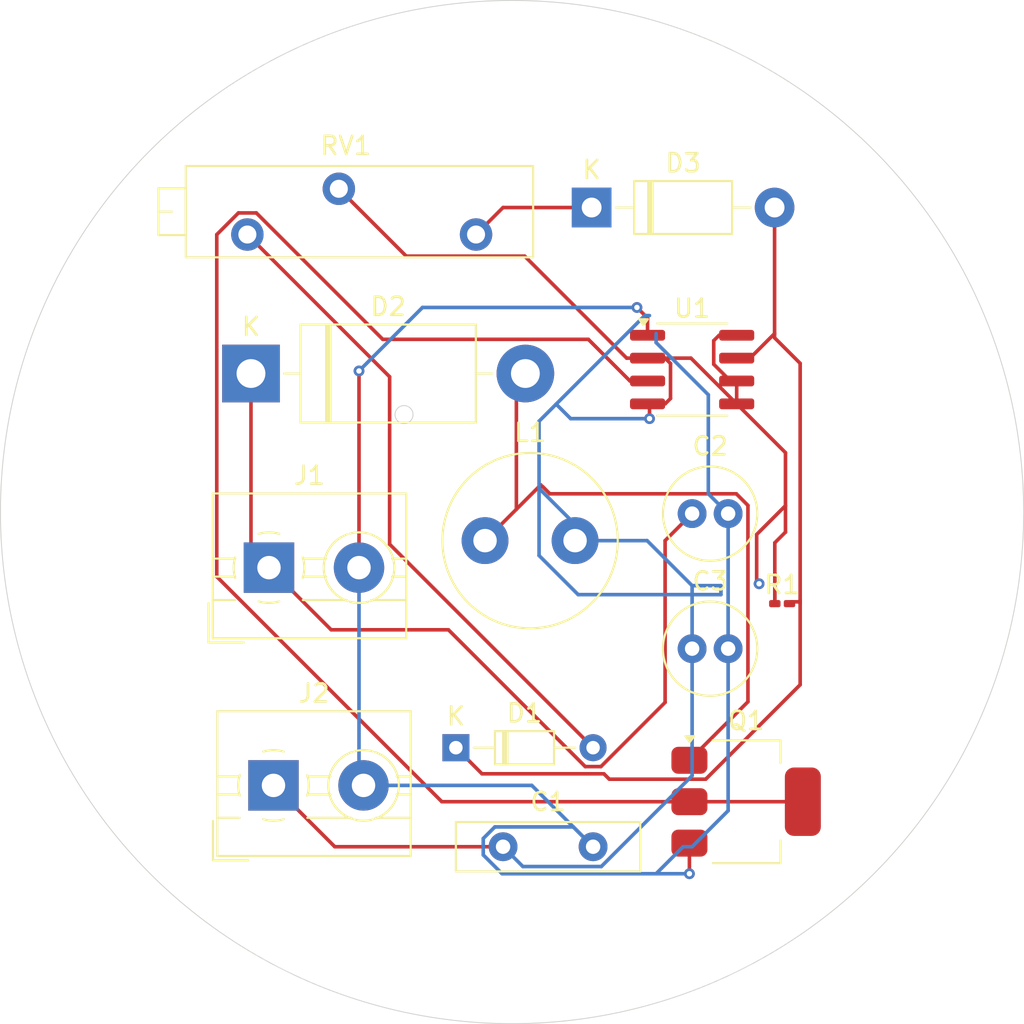
<source format=kicad_pcb>
(kicad_pcb (version 20241229) (generator "pcbnew") (generator_version "9.0")
  (layers (0 "F.Cu" signal) (2 "B.Cu" signal) (13 "F.Paste" user) (15 "B.Paste" user) (5 "F.SilkS" user "F.Silkscreen") (7 "B.SilkS" user "B.Silkscreen") (1 "F.Mask" user) (3 "B.Mask" user) (25 "Edge.Cuts" user))
  (net 0 "")
  (net 1 "GND")
  (net 2 "Net-(J2-Pin_1)")
  (net 3 "Net-(D2-K)")
  (net 4 "Net-(D1-A)")
  (net 5 "Net-(D1-K)")
  (net 6 "Net-(D2-A)")
  (net 7 "Net-(D3-K)")
  (net 8 "Net-(Q1-D)")
  (footprint "Package_SO:SOIC-8_3.9x4.9mm_P1.27mm" (layer "F.Cu") (at 157.5 72)
    (property "Reference" "U1" (at 0 -3.4 0) (layer "F.SilkS"))
    (property "Value" "NE555D")
    (fp_line (start 0 -2.56) (end -1.95 -2.56) (stroke (width 0.12)) (layer "F.SilkS"))
    (fp_line (start 0 -2.56) (end 1.95 -2.56) (stroke (width 0.12)) (layer "F.SilkS"))
    (fp_line (start 0 2.56) (end -1.95 2.56) (stroke (width 0.12)) (layer "F.SilkS"))
    (fp_line (start 0 2.56) (end 1.95 2.56) (stroke (width 0.12)) (layer "F.SilkS"))
    (fp_poly (pts (xy -2.7 -2.465) (xy -2.94 -2.795) (xy -2.46 -2.795) (xy -2.7 -2.465)) (stroke (width 0.12)) (fill yes) (layer "F.SilkS"))
    (pad "1" smd roundrect (at -2.475 -1.905) (size 1.95 0.6) (layers "F.Cu" "F.Mask" "F.Paste") (net 1 "GND"))
    (pad "2" smd roundrect (at -2.475 -0.635) (size 1.95 0.6) (layers "F.Cu" "F.Mask" "F.Paste") (net 2 "Net-(J2-Pin_1)"))
    (pad "3" smd roundrect (at -2.475 0.635) (size 1.95 0.6) (layers "F.Cu" "F.Mask" "F.Paste") (net 8 "Net-(Q1-D)"))
    (pad "4" smd roundrect (at -2.475 1.905) (size 1.95 0.6) (layers "F.Cu" "F.Mask" "F.Paste") (net 2 "Net-(J2-Pin_1)"))
    (pad "5" smd roundrect (at 2.475 1.905) (size 1.95 0.6) (layers "F.Cu" "F.Mask" "F.Paste") (net 2 "Net-(J2-Pin_1)"))
    (pad "6" smd roundrect (at 2.475 0.635) (size 1.95 0.6) (layers "F.Cu" "F.Mask" "F.Paste") (net 2 "Net-(J2-Pin_1)"))
    (pad "7" smd roundrect (at 2.475 -0.635) (size 1.95 0.6) (layers "F.Cu" "F.Mask" "F.Paste") (net 5 "Net-(D1-K)"))
    (pad "8" smd roundrect (at 2.475 -1.905) (size 1.95 0.6) (layers "F.Cu" "F.Mask" "F.Paste") (net 2 "Net-(J2-Pin_1)"))
  )
  (footprint "Capacitor_THT:C_Radial_D5.0mm_H11.0mm_P2.00mm" (layer "F.Cu") (at 157.5 87.5)
    (property "Reference" "C3" (at 1 -3.75 0) (layer "F.SilkS"))
    (property "Value" "1nf")
    (fp_circle (center 1 0) (end 3.62 0) (stroke (width 0.12)) (fill no) (layer "F.SilkS"))
    (pad "1" thru_hole circle (at 0 0) (size 1.6 1.6) (drill 0.8) (layers "*.Cu" "*.Mask") (net 2 "Net-(J2-Pin_1)"))
    (pad "2" thru_hole circle (at 2 0) (size 1.6 1.6) (drill 0.8) (layers "*.Cu" "*.Mask") (net 1 "GND"))
  )
  (footprint "Diode_THT:D_DO-41_SOD81_P10.16mm_Horizontal" (layer "F.Cu") (at 151.92 63)
    (property "Reference" "D3" (at 5.08 -2.47 0) (layer "F.SilkS"))
    (property "Value" "1N4007")
    (fp_line (start 1.34 0) (end 2.36 0) (stroke (width 0.12)) (layer "F.SilkS"))
    (fp_line (start 2.36 -1.47) (end 2.36 1.47) (stroke (width 0.12)) (layer "F.SilkS"))
    (fp_line (start 2.36 1.47) (end 7.8 1.47) (stroke (width 0.12)) (layer "F.SilkS"))
    (fp_line (start 3.14 -1.47) (end 3.14 1.47) (stroke (width 0.12)) (layer "F.SilkS"))
    (fp_line (start 3.26 -1.47) (end 3.26 1.47) (stroke (width 0.12)) (layer "F.SilkS"))
    (fp_line (start 3.38 -1.47) (end 3.38 1.47) (stroke (width 0.12)) (layer "F.SilkS"))
    (fp_line (start 7.8 -1.47) (end 2.36 -1.47) (stroke (width 0.12)) (layer "F.SilkS"))
    (fp_line (start 7.8 1.47) (end 7.8 -1.47) (stroke (width 0.12)) (layer "F.SilkS"))
    (fp_line (start 8.82 0) (end 7.8 0) (stroke (width 0.12)) (layer "F.SilkS"))
    (fp_text user "K" (at 0 -2.1 0) (layer "F.SilkS"))
    (pad "1" thru_hole rect (at 0 0) (size 2.2 2.2) (drill 1.1) (layers "*.Cu" "*.Mask") (net 7 "Net-(D3-K)"))
    (pad "2" thru_hole oval (at 10.16 0) (size 2.2 2.2) (drill 1.1) (layers "*.Cu" "*.Mask") (net 5 "Net-(D1-K)"))
  )
  (footprint "TerminalBlock:TerminalBlock_MaiXu_MX126-5.0-02P_1x02_P5.00mm" (layer "F.Cu") (at 134.25 95.095)
    (property "Reference" "J2" (at 2.25 -5.12 0) (layer "F.SilkS"))
    (property "Value" "Conn_01x02_Pin")
    (fp_line (start -3.36 1.97) (end -3.36 4.16) (stroke (width 0.12)) (layer "F.SilkS"))
    (fp_line (start -3.36 4.16) (end -1.41 4.16) (stroke (width 0.12)) (layer "F.SilkS"))
    (fp_line (start -3.12 -4.12) (end -3.12 3.92) (stroke (width 0.12)) (layer "F.SilkS"))
    (fp_line (start -3.12 -4.12) (end 7.62 -4.12) (stroke (width 0.12)) (layer "F.SilkS"))
    (fp_line (start -3.12 -0.5) (end -1.88 -0.5) (stroke (width 0.12)) (layer "F.SilkS"))
    (fp_line (start -3.12 0.5) (end -1.88 0.5) (stroke (width 0.12)) (layer "F.SilkS"))
    (fp_line (start -3.12 1.8) (end -1.88 1.8) (stroke (width 0.12)) (layer "F.SilkS"))
    (fp_line (start -3.12 3.92) (end 7.62 3.92) (stroke (width 0.12)) (layer "F.SilkS"))
    (fp_line (start 1.88 -0.5) (end 3.165 -0.5) (stroke (width 0.12)) (layer "F.SilkS"))
    (fp_line (start 1.88 0.5) (end 3.165 0.5) (stroke (width 0.12)) (layer "F.SilkS"))
    (fp_line (start 1.88 1.8) (end 4.331 1.8) (stroke (width 0.12)) (layer "F.SilkS"))
    (fp_line (start 3.514 1.248) (end 3.514 1.248) (stroke (width 0.12)) (layer "F.SilkS"))
    (fp_line (start 5.67 1.8) (end 7.62 1.8) (stroke (width 0.12)) (layer "F.SilkS"))
    (fp_line (start 6.487 -1.248) (end 6.487 -1.248) (stroke (width 0.12)) (layer "F.SilkS"))
    (fp_line (start 6.836 -0.5) (end 7.62 -0.5) (stroke (width 0.12)) (layer "F.SilkS"))
    (fp_line (start 6.836 0.5) (end 7.62 0.5) (stroke (width 0.12)) (layer "F.SilkS"))
    (fp_line (start 7.62 -4.12) (end 7.62 3.92) (stroke (width 0.12)) (layer "F.SilkS"))
    (fp_arc (start -1.875422 0.572619) (mid -1.960893 -0.000722) (end -1.875 -0.574) (stroke (width 0.12)) (layer "F.SilkS"))
    (fp_arc (start -0.572619 -1.875422) (mid 0.000722 -1.960893) (end 0.574 -1.875) (stroke (width 0.12)) (layer "F.SilkS"))
    (fp_arc (start 0.0335 1.960607) (mid -0.273619 1.941709) (end -0.574 1.875) (stroke (width 0.12)) (layer "F.SilkS"))
    (fp_arc (start 0.573049 1.874357) (mid 0.289707 1.938471) (end 0 1.96) (stroke (width 0.12)) (layer "F.SilkS"))
    (fp_arc (start 1.875422 -0.572619) (mid 1.960893 0.000722) (end 1.875 0.574) (stroke (width 0.12)) (layer "F.SilkS"))
    (fp_arc (start 3.434339 1.179122) (mid 3.039994 -0.00055) (end 3.435 -1.18) (stroke (width 0.12)) (layer "F.SilkS"))
    (fp_arc (start 3.434826 -1.180695) (mid 3.476985 -1.2346) (end 3.521 -1.287) (stroke (width 0.12)) (layer "F.SilkS"))
    (fp_arc (start 3.521125 1.286294) (mid 3.477135 1.233898) (end 3.435 1.18) (stroke (width 0.12)) (layer "F.SilkS"))
    (fp_arc (start 3.521202 -1.287012) (mid 3.578747 -1.350293) (end 3.639 -1.411) (stroke (width 0.12)) (layer "F.SilkS"))
    (fp_arc (start 3.63871 1.41001) (mid 3.578502 1.349289) (end 3.521 1.286) (stroke (width 0.12)) (layer "F.SilkS"))
    (fp_arc (start 3.638867 -1.410738) (mid 3.701698 -1.468767) (end 3.767 -1.524) (stroke (width 0.12)) (layer "F.SilkS"))
    (fp_arc (start 3.767069 1.523253) (mid 3.701799 1.468024) (end 3.639 1.41) (stroke (width 0.12)) (layer "F.SilkS"))
    (fp_arc (start 3.767452 -1.524377) (mid 3.835117 -1.576689) (end 3.905 -1.626) (stroke (width 0.12)) (layer "F.SilkS"))
    (fp_arc (start 3.904517 1.625664) (mid 3.834649 1.576332) (end 3.767 1.524) (stroke (width 0.12)) (layer "F.SilkS"))
    (fp_arc (start 3.93363 -1.644317) (mid 4.00637 -1.689264) (end 4.081 -1.731) (stroke (width 0.12)) (layer "F.SilkS"))
    (fp_arc (start 4.080344 1.730739) (mid 4.005728 1.688974) (end 3.933 1.644) (stroke (width 0.12)) (layer "F.SilkS"))
    (fp_arc (start 4.172694 -1.777259) (mid 4.266842 -1.818121) (end 4.363 -1.854) (stroke (width 0.12)) (layer "F.SilkS"))
    (fp_arc (start 4.362283 1.853815) (mid 4.266136 1.817899) (end 4.172 1.777) (stroke (width 0.12)) (layer "F.SilkS"))
    (fp_arc (start 4.493681 -1.893473) (mid 4.74516 -1.943362) (end 5.001 -1.96) (stroke (width 0.12)) (layer "F.SilkS"))
    (fp_arc (start 5.000479 1.960685) (mid 4.744554 1.943974) (end 4.493 1.894) (stroke (width 0.12)) (layer "F.SilkS"))
    (fp_arc (start 5.000487 -1.960944) (mid 5.256437 -1.944104) (end 5.508 -1.894) (stroke (width 0.12)) (layer "F.SilkS"))
    (fp_arc (start 5.507285 1.893215) (mid 5.255831 1.943232) (end 5 1.96) (stroke (width 0.12)) (layer "F.SilkS"))
    (fp_arc (start 5.638712 -1.85392) (mid 5.734863 -1.817952) (end 5.829 -1.777) (stroke (width 0.12)) (layer "F.SilkS"))
    (fp_arc (start 5.829295 1.77705) (mid 5.735154 1.818015) (end 5.639 1.854) (stroke (width 0.12)) (layer "F.SilkS"))
    (fp_arc (start 5.920652 -1.730826) (mid 5.995275 -1.689024) (end 6.068 -1.644) (stroke (width 0.12)) (layer "F.SilkS"))
    (fp_arc (start 6.068362 1.644143) (mid 5.995629 1.689179) (end 5.921 1.731) (stroke (width 0.12)) (layer "F.SilkS"))
    (fp_arc (start 6.096479 -1.625751) (mid 6.166349 -1.576375) (end 6.234 -1.524) (stroke (width 0.12)) (layer "F.SilkS"))
    (fp_arc (start 6.233457 1.523294) (mid 6.165839 1.575648) (end 6.096 1.625) (stroke (width 0.12)) (layer "F.SilkS"))
    (fp_arc (start 6.233928 -1.523341) (mid 6.2992 -1.468068) (end 6.362 -1.41) (stroke (width 0.12)) (layer "F.SilkS"))
    (fp_arc (start 6.36213 1.410651) (mid 6.2993 1.468722) (end 6.234 1.524) (stroke (width 0.12)) (layer "F.SilkS"))
    (fp_arc (start 6.362286 -1.410097) (mid 6.422497 -1.349333) (end 6.48 -1.286) (stroke (width 0.12)) (layer "F.SilkS"))
    (fp_arc (start 6.479707 1.285928) (mid 6.422207 1.349248) (end 6.362 1.41) (stroke (width 0.12)) (layer "F.SilkS"))
    (fp_arc (start 6.479873 -1.286364) (mid 6.523865 -1.233934) (end 6.566 -1.18) (stroke (width 0.12)) (layer "F.SilkS"))
    (fp_arc (start 6.565937 -1.180084) (mid 6.960805 -0.000052) (end 6.566 1.18) (stroke (width 0.12)) (layer "F.SilkS"))
    (fp_arc (start 6.566102 1.179628) (mid 6.523976 1.233563) (end 6.48 1.286) (stroke (width 0.12)) (layer "F.SilkS"))
    (pad "1" thru_hole rect (at 0 0) (size 2.8 2.8) (drill 1.3) (layers "*.Cu" "*.Mask") (net 2 "Net-(J2-Pin_1)"))
    (pad "2" thru_hole circle (at 5 0) (size 2.8 2.8) (drill 1.3) (layers "*.Cu" "*.Mask") (net 1 "GND"))
  )
  (footprint "Package_TO_SOT_SMD:SOT-223-3_TabPin2" (layer "F.Cu") (at 160.5 96)
    (property "Reference" "Q1" (at 0 -4.5 0) (layer "F.SilkS"))
    (property "Value" "BUK7880-55A")
    (fp_line (start -1.85 -3.41) (end 1.91 -3.41) (stroke (width 0.12)) (layer "F.SilkS"))
    (fp_line (start -1.85 3.41) (end 1.91 3.41) (stroke (width 0.12)) (layer "F.SilkS"))
    (fp_line (start 1.91 -3.41) (end 1.91 -2.15) (stroke (width 0.12)) (layer "F.SilkS"))
    (fp_line (start 1.91 3.41) (end 1.91 2.15) (stroke (width 0.12)) (layer "F.SilkS"))
    (fp_poly (pts (xy -3.13 -3.31) (xy -3.37 -3.64) (xy -2.89 -3.64) (xy -3.13 -3.31)) (stroke (width 0.12)) (fill yes) (layer "F.SilkS"))
    (pad "1" smd roundrect (at -3.15 -2.3) (size 2 1.5) (layers "F.Cu" "F.Mask" "F.Paste") (net 6 "Net-(D2-A)"))
    (pad "2" smd roundrect (at -3.15 0) (size 2 1.5) (layers "F.Cu" "F.Mask" "F.Paste") (net 8 "Net-(Q1-D)"))
    (pad "2" smd roundrect (at 3.15 0) (size 2 3.8) (layers "F.Cu" "F.Mask" "F.Paste") (net 8 "Net-(Q1-D)"))
    (pad "3" smd roundrect (at -3.15 2.3) (size 2 1.5) (layers "F.Cu" "F.Mask" "F.Paste") (net 1 "GND"))
  )
  (footprint "Potentiometer_THT:Potentiometer_Bourns_3009P_Horizontal" (layer "F.Cu") (at 145.5 64.5)
    (property "Reference" "RV1" (at -7.235 -4.935 0) (layer "F.SilkS"))
    (property "Value" "50K")
    (fp_line (start -17.64 -2.569) (end -17.64 0.03) (stroke (width 0.12)) (layer "F.SilkS"))
    (fp_line (start -17.64 -2.569) (end -16.121 -2.569) (stroke (width 0.12)) (layer "F.SilkS"))
    (fp_line (start -17.64 -1.27) (end -16.881 -1.27) (stroke (width 0.12)) (layer "F.SilkS"))
    (fp_line (start -17.64 0.03) (end -16.121 0.03) (stroke (width 0.12)) (layer "F.SilkS"))
    (fp_line (start -16.121 -2.569) (end -16.121 0.03) (stroke (width 0.12)) (layer "F.SilkS"))
    (fp_line (start -16.12 -3.805) (end -16.12 1.265) (stroke (width 0.12)) (layer "F.SilkS"))
    (fp_line (start -16.12 -3.805) (end 3.17 -3.805) (stroke (width 0.12)) (layer "F.SilkS"))
    (fp_line (start -16.12 1.265) (end 3.17 1.265) (stroke (width 0.12)) (layer "F.SilkS"))
    (fp_line (start 3.17 -3.805) (end 3.17 1.265) (stroke (width 0.12)) (layer "F.SilkS"))
    (pad "1" thru_hole circle (at 0 0) (size 1.8 1.8) (drill 1) (layers "*.Cu" "*.Mask") (net 7 "Net-(D3-K)"))
    (pad "2" thru_hole circle (at -7.62 -2.54) (size 1.8 1.8) (drill 1) (layers "*.Cu" "*.Mask") (net 2 "Net-(J2-Pin_1)"))
    (pad "3" thru_hole circle (at -12.7 0) (size 1.8 1.8) (drill 1) (layers "*.Cu" "*.Mask") (net 4 "Net-(D1-A)"))
  )
  (footprint "TerminalBlock:TerminalBlock_MaiXu_MX126-5.0-02P_1x02_P5.00mm" (layer "F.Cu") (at 134 83)
    (property "Reference" "J1" (at 2.25 -5.12 0) (layer "F.SilkS"))
    (property "Value" "Screw_Terminal")
    (fp_line (start -3.36 1.97) (end -3.36 4.16) (stroke (width 0.12)) (layer "F.SilkS"))
    (fp_line (start -3.36 4.16) (end -1.41 4.16) (stroke (width 0.12)) (layer "F.SilkS"))
    (fp_line (start -3.12 -4.12) (end -3.12 3.92) (stroke (width 0.12)) (layer "F.SilkS"))
    (fp_line (start -3.12 -4.12) (end 7.62 -4.12) (stroke (width 0.12)) (layer "F.SilkS"))
    (fp_line (start -3.12 -0.5) (end -1.88 -0.5) (stroke (width 0.12)) (layer "F.SilkS"))
    (fp_line (start -3.12 0.5) (end -1.88 0.5) (stroke (width 0.12)) (layer "F.SilkS"))
    (fp_line (start -3.12 1.8) (end -1.88 1.8) (stroke (width 0.12)) (layer "F.SilkS"))
    (fp_line (start -3.12 3.92) (end 7.62 3.92) (stroke (width 0.12)) (layer "F.SilkS"))
    (fp_line (start 1.88 -0.5) (end 3.165 -0.5) (stroke (width 0.12)) (layer "F.SilkS"))
    (fp_line (start 1.88 0.5) (end 3.165 0.5) (stroke (width 0.12)) (layer "F.SilkS"))
    (fp_line (start 1.88 1.8) (end 4.331 1.8) (stroke (width 0.12)) (layer "F.SilkS"))
    (fp_line (start 3.514 1.248) (end 3.514 1.248) (stroke (width 0.12)) (layer "F.SilkS"))
    (fp_line (start 5.67 1.8) (end 7.62 1.8) (stroke (width 0.12)) (layer "F.SilkS"))
    (fp_line (start 6.487 -1.248) (end 6.487 -1.248) (stroke (width 0.12)) (layer "F.SilkS"))
    (fp_line (start 6.836 -0.5) (end 7.62 -0.5) (stroke (width 0.12)) (layer "F.SilkS"))
    (fp_line (start 6.836 0.5) (end 7.62 0.5) (stroke (width 0.12)) (layer "F.SilkS"))
    (fp_line (start 7.62 -4.12) (end 7.62 3.92) (stroke (width 0.12)) (layer "F.SilkS"))
    (fp_arc (start -1.875422 0.572619) (mid -1.960893 -0.000722) (end -1.875 -0.574) (stroke (width 0.12)) (layer "F.SilkS"))
    (fp_arc (start -0.572619 -1.875422) (mid 0.000722 -1.960893) (end 0.574 -1.875) (stroke (width 0.12)) (layer "F.SilkS"))
    (fp_arc (start 0.0335 1.960607) (mid -0.273619 1.941709) (end -0.574 1.875) (stroke (width 0.12)) (layer "F.SilkS"))
    (fp_arc (start 0.573049 1.874357) (mid 0.289707 1.938471) (end 0 1.96) (stroke (width 0.12)) (layer "F.SilkS"))
    (fp_arc (start 1.875422 -0.572619) (mid 1.960893 0.000722) (end 1.875 0.574) (stroke (width 0.12)) (layer "F.SilkS"))
    (fp_arc (start 3.434339 1.179122) (mid 3.039994 -0.00055) (end 3.435 -1.18) (stroke (width 0.12)) (layer "F.SilkS"))
    (fp_arc (start 3.434826 -1.180695) (mid 3.476985 -1.2346) (end 3.521 -1.287) (stroke (width 0.12)) (layer "F.SilkS"))
    (fp_arc (start 3.521125 1.286294) (mid 3.477135 1.233898) (end 3.435 1.18) (stroke (width 0.12)) (layer "F.SilkS"))
    (fp_arc (start 3.521202 -1.287012) (mid 3.578747 -1.350293) (end 3.639 -1.411) (stroke (width 0.12)) (layer "F.SilkS"))
    (fp_arc (start 3.63871 1.41001) (mid 3.578502 1.349289) (end 3.521 1.286) (stroke (width 0.12)) (layer "F.SilkS"))
    (fp_arc (start 3.638867 -1.410738) (mid 3.701698 -1.468767) (end 3.767 -1.524) (stroke (width 0.12)) (layer "F.SilkS"))
    (fp_arc (start 3.767069 1.523253) (mid 3.701799 1.468024) (end 3.639 1.41) (stroke (width 0.12)) (layer "F.SilkS"))
    (fp_arc (start 3.767452 -1.524377) (mid 3.835117 -1.576689) (end 3.905 -1.626) (stroke (width 0.12)) (layer "F.SilkS"))
    (fp_arc (start 3.904517 1.625664) (mid 3.834649 1.576332) (end 3.767 1.524) (stroke (width 0.12)) (layer "F.SilkS"))
    (fp_arc (start 3.93363 -1.644317) (mid 4.00637 -1.689264) (end 4.081 -1.731) (stroke (width 0.12)) (layer "F.SilkS"))
    (fp_arc (start 4.080344 1.730739) (mid 4.005728 1.688974) (end 3.933 1.644) (stroke (width 0.12)) (layer "F.SilkS"))
    (fp_arc (start 4.172694 -1.777259) (mid 4.266842 -1.818121) (end 4.363 -1.854) (stroke (width 0.12)) (layer "F.SilkS"))
    (fp_arc (start 4.362283 1.853815) (mid 4.266136 1.817899) (end 4.172 1.777) (stroke (width 0.12)) (layer "F.SilkS"))
    (fp_arc (start 4.493681 -1.893473) (mid 4.74516 -1.943362) (end 5.001 -1.96) (stroke (width 0.12)) (layer "F.SilkS"))
    (fp_arc (start 5.000479 1.960685) (mid 4.744554 1.943974) (end 4.493 1.894) (stroke (width 0.12)) (layer "F.SilkS"))
    (fp_arc (start 5.000487 -1.960944) (mid 5.256437 -1.944104) (end 5.508 -1.894) (stroke (width 0.12)) (layer "F.SilkS"))
    (fp_arc (start 5.507285 1.893215) (mid 5.255831 1.943232) (end 5 1.96) (stroke (width 0.12)) (layer "F.SilkS"))
    (fp_arc (start 5.638712 -1.85392) (mid 5.734863 -1.817952) (end 5.829 -1.777) (stroke (width 0.12)) (layer "F.SilkS"))
    (fp_arc (start 5.829295 1.77705) (mid 5.735154 1.818015) (end 5.639 1.854) (stroke (width 0.12)) (layer "F.SilkS"))
    (fp_arc (start 5.920652 -1.730826) (mid 5.995275 -1.689024) (end 6.068 -1.644) (stroke (width 0.12)) (layer "F.SilkS"))
    (fp_arc (start 6.068362 1.644143) (mid 5.995629 1.689179) (end 5.921 1.731) (stroke (width 0.12)) (layer "F.SilkS"))
    (fp_arc (start 6.096479 -1.625751) (mid 6.166349 -1.576375) (end 6.234 -1.524) (stroke (width 0.12)) (layer "F.SilkS"))
    (fp_arc (start 6.233457 1.523294) (mid 6.165839 1.575648) (end 6.096 1.625) (stroke (width 0.12)) (layer "F.SilkS"))
    (fp_arc (start 6.233928 -1.523341) (mid 6.2992 -1.468068) (end 6.362 -1.41) (stroke (width 0.12)) (layer "F.SilkS"))
    (fp_arc (start 6.36213 1.410651) (mid 6.2993 1.468722) (end 6.234 1.524) (stroke (width 0.12)) (layer "F.SilkS"))
    (fp_arc (start 6.362286 -1.410097) (mid 6.422497 -1.349333) (end 6.48 -1.286) (stroke (width 0.12)) (layer "F.SilkS"))
    (fp_arc (start 6.479707 1.285928) (mid 6.422207 1.349248) (end 6.362 1.41) (stroke (width 0.12)) (layer "F.SilkS"))
    (fp_arc (start 6.479873 -1.286364) (mid 6.523865 -1.233934) (end 6.566 -1.18) (stroke (width 0.12)) (layer "F.SilkS"))
    (fp_arc (start 6.565937 -1.180084) (mid 6.960805 -0.000052) (end 6.566 1.18) (stroke (width 0.12)) (layer "F.SilkS"))
    (fp_arc (start 6.566102 1.179628) (mid 6.523976 1.233563) (end 6.48 1.286) (stroke (width 0.12)) (layer "F.SilkS"))
    (pad "1" thru_hole rect (at 0 0) (size 2.8 2.8) (drill 1.3) (layers "*.Cu" "*.Mask") (net 3 "Net-(D2-K)"))
    (pad "2" thru_hole circle (at 5 0) (size 2.8 2.8) (drill 1.3) (layers "*.Cu" "*.Mask") (net 1 "GND"))
  )
  (footprint "Resistor_SMD:R_0201_0603Metric_Pad0.64x0.40mm_HandSolder" (layer "F.Cu") (at 162.5 85)
    (property "Reference" "R1" (at 0 -1.05 0) (layer "F.SilkS"))
    (property "Value" "R")
    (pad "1" smd roundrect (at -0.4075 0) (size 0.635 0.4) (layers "F.Cu" "F.Mask") (net 2 "Net-(J2-Pin_1)"))
    (pad "2" smd roundrect (at 0.4075 0) (size 0.635 0.4) (layers "F.Cu" "F.Mask") (net 5 "Net-(D1-K)"))
  )
  (footprint "Capacitor_THT:C_Disc_D10.0mm_W2.5mm_P5.00mm" (layer "F.Cu") (at 147 98.5)
    (property "Reference" "C1" (at 2.5 -2.5 0) (layer "F.SilkS"))
    (property "Value" "1nf")
    (fp_line (start -2.62 -1.37) (end -2.62 1.37) (stroke (width 0.12)) (layer "F.SilkS"))
    (fp_line (start -2.62 -1.37) (end 7.62 -1.37) (stroke (width 0.12)) (layer "F.SilkS"))
    (fp_line (start -2.62 1.37) (end 7.62 1.37) (stroke (width 0.12)) (layer "F.SilkS"))
    (fp_line (start 7.62 -1.37) (end 7.62 1.37) (stroke (width 0.12)) (layer "F.SilkS"))
    (pad "1" thru_hole circle (at 0 0) (size 1.6 1.6) (drill 0.8) (layers "*.Cu" "*.Mask") (net 2 "Net-(J2-Pin_1)"))
    (pad "2" thru_hole circle (at 5 0) (size 1.6 1.6) (drill 0.8) (layers "*.Cu" "*.Mask") (net 1 "GND"))
  )
  (footprint "Diode_THT:D_DO-201AD_P15.24mm_Horizontal" (layer "F.Cu") (at 133 72.22)
    (property "Reference" "D2" (at 7.62 -3.72 0) (layer "F.SilkS"))
    (property "Value" "1N5822")
    (fp_line (start 1.84 0) (end 2.75 0) (stroke (width 0.12)) (layer "F.SilkS"))
    (fp_line (start 2.75 -2.72) (end 2.75 2.72) (stroke (width 0.12)) (layer "F.SilkS"))
    (fp_line (start 2.75 2.72) (end 12.49 2.72) (stroke (width 0.12)) (layer "F.SilkS"))
    (fp_line (start 4.175 -2.72) (end 4.175 2.72) (stroke (width 0.12)) (layer "F.SilkS"))
    (fp_line (start 4.295 -2.72) (end 4.295 2.72) (stroke (width 0.12)) (layer "F.SilkS"))
    (fp_line (start 4.415 -2.72) (end 4.415 2.72) (stroke (width 0.12)) (layer "F.SilkS"))
    (fp_line (start 12.49 -2.72) (end 2.75 -2.72) (stroke (width 0.12)) (layer "F.SilkS"))
    (fp_line (start 12.49 2.72) (end 12.49 -2.72) (stroke (width 0.12)) (layer "F.SilkS"))
    (fp_line (start 13.4 0) (end 12.49 0) (stroke (width 0.12)) (layer "F.SilkS"))
    (fp_text user "K" (at 0 -2.6 0) (layer "F.SilkS"))
    (pad "1" thru_hole rect (at 0 0) (size 3.2 3.2) (drill 1.6) (layers "*.Cu" "*.Mask") (net 3 "Net-(D2-K)"))
    (pad "2" thru_hole oval (at 15.24 0) (size 3.2 3.2) (drill 1.6) (layers "*.Cu" "*.Mask") (net 6 "Net-(D2-A)"))
  )
  (footprint "Diode_THT:D_DO-34_SOD68_P7.62mm_Horizontal" (layer "F.Cu") (at 144.38 93)
    (property "Reference" "D1" (at 3.81 -1.92 0) (layer "F.SilkS"))
    (property "Value" "1N4007")
    (fp_line (start 0.99 0) (end 2.17 0) (stroke (width 0.12)) (layer "F.SilkS"))
    (fp_line (start 2.17 -0.92) (end 2.17 0.92) (stroke (width 0.12)) (layer "F.SilkS"))
    (fp_line (start 2.17 0.92) (end 5.45 0.92) (stroke (width 0.12)) (layer "F.SilkS"))
    (fp_line (start 2.626 -0.92) (end 2.626 0.92) (stroke (width 0.12)) (layer "F.SilkS"))
    (fp_line (start 2.746 -0.92) (end 2.746 0.92) (stroke (width 0.12)) (layer "F.SilkS"))
    (fp_line (start 2.866 -0.92) (end 2.866 0.92) (stroke (width 0.12)) (layer "F.SilkS"))
    (fp_line (start 5.45 -0.92) (end 2.17 -0.92) (stroke (width 0.12)) (layer "F.SilkS"))
    (fp_line (start 5.45 0.92) (end 5.45 -0.92) (stroke (width 0.12)) (layer "F.SilkS"))
    (fp_line (start 6.63 0) (end 5.45 0) (stroke (width 0.12)) (layer "F.SilkS"))
    (fp_text user "K" (at 0 -1.75 0) (layer "F.SilkS"))
    (pad "1" thru_hole rect (at 0 0) (size 1.5 1.5) (drill 0.75) (layers "*.Cu" "*.Mask") (net 5 "Net-(D1-K)"))
    (pad "2" thru_hole oval (at 7.62 0) (size 1.5 1.5) (drill 0.75) (layers "*.Cu" "*.Mask") (net 4 "Net-(D1-A)"))
  )
  (footprint "Capacitor_THT:C_Radial_D5.0mm_H11.0mm_P2.00mm" (layer "F.Cu") (at 157.5 80)
    (property "Reference" "C2" (at 1 -3.75 0) (layer "F.SilkS"))
    (property "Value" "100u")
    (fp_circle (center 1 0) (end 3.62 0) (stroke (width 0.12)) (fill no) (layer "F.SilkS"))
    (pad "1" thru_hole circle (at 0 0) (size 1.6 1.6) (drill 0.8) (layers "*.Cu" "*.Mask") (net 3 "Net-(D2-K)"))
    (pad "2" thru_hole circle (at 2 0) (size 1.6 1.6) (drill 0.8) (layers "*.Cu" "*.Mask") (net 1 "GND"))
  )
  (footprint "Inductor_THT:L_Radial_D9.5mm_P5.00mm_Fastron_07HVP" (layer "F.Cu") (at 146 81.5)
    (property "Reference" "L1" (at 2.5 -6 0) (layer "F.SilkS"))
    (property "Value" "100u")
    (fp_circle (center 2.5 0) (end 7.37 0) (stroke (width 0.12)) (fill no) (layer "F.SilkS"))
    (pad "1" thru_hole circle (at 0 0) (size 2.6 2.6) (drill 1.3) (layers "*.Cu" "*.Mask") (net 6 "Net-(D2-A)"))
    (pad "2" thru_hole circle (at 5 0) (size 2.6 2.6) (drill 1.3) (layers "*.Cu" "*.Mask") (net 2 "Net-(J2-Pin_1)"))
  )
  (gr_circle (center 147.5 79.913651) (end 129.649579 57.807136) (stroke (width 0.05)) (fill no) (layer "Edge.Cuts"))
  (gr_circle (center 141.5 74.5) (end 142 74.5) (stroke (width 0.05)) (fill no) (layer "Edge.Cuts"))
  (segment (start 157.35 98.3) (end 157.35 100) (width 0.2) (layer "F.Cu") (net 1))
  (segment (start 154.436 68.5508) (end 155.025 69.1398) (width 0.2) (layer "F.Cu") (net 1))
  (segment (start 139 83) (end 139 72.0765) (width 0.2) (layer "F.Cu") (net 1))
  (segment (start 155.025 69.1398) (end 155.025 70.095) (width 0.2) (layer "F.Cu") (net 1))
  (via (at 154.436 68.5508) (size 0.6) (drill 0.3) (layers "F.Cu" "B.Cu") (net 1))
  (via (at 139 72.0765) (size 0.6) (drill 0.3) (layers "F.Cu" "B.Cu") (net 1))
  (via (at 157.35 100) (size 0.6) (drill 0.3) (layers "F.Cu" "B.Cu") (net 1))
  (via (at 139.25 95.095) (size 0.6) (drill 0.3) (layers "F.Cu" "B.Cu") (net 1))
  (segment (start 139 83) (end 139 94.845) (width 0.2) (layer "B.Cu") (net 1))
  (segment (start 159.5 87.5) (end 159.5 80) (width 0.2) (layer "B.Cu") (net 1))
  (segment (start 139.25 95.095) (end 148.595 95.095) (width 0.2) (layer "B.Cu") (net 1))
  (segment (start 155.5 100) (end 157 98.5) (width 0.2) (layer "B.Cu") (net 1))
  (segment (start 148.595 95.095) (end 150.9 97.4) (width 0.2) (layer "B.Cu") (net 1))
  (segment (start 142.526 68.5508) (end 139 72.0765) (width 0.2) (layer "B.Cu") (net 1))
  (segment (start 159.5 80) (end 158.4 78.9) (width 0.2) (layer "B.Cu") (net 1))
  (segment (start 145.9 98.0444) (end 145.9 98.9556) (width 0.2) (layer "B.Cu") (net 1))
  (segment (start 146.944 100) (end 155.5 100) (width 0.2) (layer "B.Cu") (net 1))
  (segment (start 152 98.5) (end 150.9 97.4) (width 0.2) (layer "B.Cu") (net 1))
  (segment (start 157.5 98.5) (end 159.5 96.5) (width 0.2) (layer "B.Cu") (net 1))
  (segment (start 139 94.845) (end 139.25 95.095) (width 0.2) (layer "B.Cu") (net 1))
  (segment (start 150.9 97.4) (end 152 98.5) (width 0.2) (layer "B.Cu") (net 1))
  (segment (start 158.4 78.9) (end 158.4 73.4) (width 0.2) (layer "B.Cu") (net 1))
  (segment (start 158.4 73.4) (end 155.5 70.5) (width 0.2) (layer "B.Cu") (net 1))
  (segment (start 157 98.5) (end 157.5 98.5) (width 0.2) (layer "B.Cu") (net 1))
  (segment (start 159.5 96.5) (end 159.5 87.5) (width 0.2) (layer "B.Cu") (net 1))
  (segment (start 154.436 68.5508) (end 142.526 68.5508) (width 0.2) (layer "B.Cu") (net 1))
  (segment (start 150.9 97.4) (end 146.544 97.4) (width 0.2) (layer "B.Cu") (net 1))
  (segment (start 145.9 98.9556) (end 146.944 100) (width 0.2) (layer "B.Cu") (net 1))
  (segment (start 146.544 97.4) (end 145.9 98.0444) (width 0.2) (layer "B.Cu") (net 1))
  (segment (start 155.5 100) (end 157.35 100) (width 0.2) (layer "B.Cu") (net 1))
  (segment (start 155.5 70.5) (end 155.5 70) (width 0.2) (layer "B.Cu") (net 1))
  (segment (start 159.975 70.095) (end 159 70.095) (width 0.2) (layer "F.Cu") (net 2))
  (segment (start 162.685 79.5575) (end 162.685 81.0287) (width 0.2) (layer "F.Cu") (net 2))
  (segment (start 155.134 73.905) (end 155.134 74.7259) (width 0.2) (layer "F.Cu") (net 2))
  (segment (start 156 71.365) (end 156.3 71.665) (width 0.2) (layer "F.Cu") (net 2))
  (segment (start 162.092 81.6212) (end 162.092 83.3106) (width 0.2) (layer "F.Cu") (net 2))
  (segment (start 156.3 71.665) (end 156.3 73.605) (width 0.2) (layer "F.Cu") (net 2))
  (segment (start 155.025 71.365) (end 156 71.365) (width 0.2) (layer "F.Cu") (net 2))
  (segment (start 156.3 73.605) (end 156 73.905) (width 0.2) (layer "F.Cu") (net 2))
  (segment (start 161.085 81.1575) (end 162.685 79.5575) (width 0.2) (layer "F.Cu") (net 2))
  (segment (start 159.975 73.905) (end 159.975 72.635) (width 0.2) (layer "F.Cu") (net 2))
  (segment (start 141.62 65.7) (end 148.2 65.7) (width 0.2) (layer "F.Cu") (net 2))
  (segment (start 137.88 61.96) (end 141.62 65.7) (width 0.2) (layer "F.Cu") (net 2))
  (segment (start 147 98.5) (end 137.655 98.5) (width 0.2) (layer "F.Cu") (net 2))
  (segment (start 162.092 83.3106) (end 162.0925 83.3111) (width 0.2) (layer "F.Cu") (net 2))
  (segment (start 153.865 71.365) (end 155.025 71.365) (width 0.2) (layer "F.Cu") (net 2))
  (segment (start 156 71.365) (end 155.025 71.365) (width 0.2) (layer "F.Cu") (net 2))
  (segment (start 162.0925 83.3111) (end 162.0925 85) (width 0.2) (layer "F.Cu") (net 2))
  (segment (start 162.685 76.615) (end 162.685 79.5575) (width 0.2) (layer "F.Cu") (net 2))
  (segment (start 158.7 71.7056) (end 159.629 72.635) (width 0.2) (layer "F.Cu") (net 2))
  (segment (start 162.092 83.3106) (end 162.092 85) (width 0.2) (layer "F.Cu") (net 2))
  (segment (start 159 70.095) (end 158.7 70.395) (width 0.2) (layer "F.Cu") (net 2))
  (segment (start 157.435 71.365) (end 156 71.365) (width 0.2) (layer "F.Cu") (net 2))
  (segment (start 156 73.905) (end 155.134 73.905) (width 0.2) (layer "F.Cu") (net 2))
  (segment (start 137.655 98.5) (end 134.25 95.095) (width 0.2) (layer "F.Cu") (net 2))
  (segment (start 159.975 73.905) (end 162.685 76.615) (width 0.2) (layer "F.Cu") (net 2))
  (segment (start 161.085 84.031) (end 161.085 81.1575) (width 0.2) (layer "F.Cu") (net 2))
  (segment (start 162.685 81.0287) (end 162.092 81.6212) (width 0.2) (layer "F.Cu") (net 2))
  (segment (start 158.7 70.395) (end 158.7 71.7056) (width 0.2) (layer "F.Cu") (net 2))
  (segment (start 161.22 83.8957) (end 161.085 84.031) (width 0.2) (layer "F.Cu") (net 2))
  (segment (start 155.134 73.905) (end 155.025 73.905) (width 0.2) (layer "F.Cu") (net 2))
  (segment (start 148.2 65.7) (end 153.865 71.365) (width 0.2) (layer "F.Cu") (net 2))
  (segment (start 159.629 72.635) (end 159.975 72.635) (width 0.2) (layer "F.Cu") (net 2))
  (segment (start 159.975 73.905) (end 157.435 71.365) (width 0.2) (layer "F.Cu") (net 2))
  (via (at 155.134 74.7259) (size 0.6) (drill 0.3) (layers "F.Cu" "B.Cu") (net 2))
  (via (at 161.22 83.8957) (size 0.6) (drill 0.3) (layers "F.Cu" "B.Cu") (net 2))
  (segment (start 150.755 74.7259) (end 155.134 74.7259) (width 0.2) (layer "B.Cu") (net 2))
  (segment (start 151.172 84.5) (end 149 82.3284) (width 0.2) (layer "B.Cu") (net 2))
  (segment (start 157.5 84) (end 157.5 84.5) (width 0.2) (layer "B.Cu") (net 2))
  (segment (start 151 80.5985) (end 151 81.5) (width 0.2) (layer "B.Cu") (net 2))
  (segment (start 149.949 73.92) (end 154.869 69) (width 0.2) (layer "B.Cu") (net 2))
  (segment (start 157.5 94.5556) (end 157.5 87.5) (width 0.2) (layer "B.Cu") (net 2))
  (segment (start 159.1 84.5) (end 157.5 84.5) (width 0.2) (layer "B.Cu") (net 2))
  (segment (start 154.869 69) (end 155.131 69) (width 0.2) (layer "B.Cu") (net 2))
  (segment (start 149 78.5985) (end 149 74.8686) (width 0.2) (layer "B.Cu") (net 2))
  (segment (start 159.1 84) (end 159.1 84.5) (width 0.2) (layer "B.Cu") (net 2))
  (segment (start 149 82.3284) (end 149 78.5985) (width 0.2) (layer "B.Cu") (net 2))
  (segment (start 149 78.5985) (end 151 80.5985) (width 0.2) (layer "B.Cu") (net 2))
  (segment (start 151.5 82) (end 152 81.5) (width 0.2) (layer "B.Cu") (net 2))
  (segment (start 149.949 73.92) (end 150.755 74.7259) (width 0.2) (layer "B.Cu") (net 2))
  (segment (start 157.5 84.5) (end 151.172 84.5) (width 0.2) (layer "B.Cu") (net 2))
  (segment (start 157.5 84.5) (end 157.5 87.5) (width 0.2) (layer "B.Cu") (net 2))
  (segment (start 152 81.5) (end 155 81.5) (width 0.2) (layer "B.Cu") (net 2))
  (segment (start 151 81.5) (end 151.5 82) (width 0.2) (layer "B.Cu") (net 2))
  (segment (start 149 74.8686) (end 149.949 73.92) (width 0.2) (layer "B.Cu") (net 2))
  (segment (start 152.456 99.6) (end 157.5 94.5556) (width 0.2) (layer "B.Cu") (net 2))
  (segment (start 157.5 84) (end 159.1 84) (width 0.2) (layer "B.Cu") (net 2))
  (segment (start 147 98.5) (end 148.1 99.6) (width 0.2) (layer "B.Cu") (net 2))
  (segment (start 155 81.5) (end 157.5 84) (width 0.2) (layer "B.Cu") (net 2))
  (segment (start 148.1 99.6) (end 152.456 99.6) (width 0.2) (layer "B.Cu") (net 2))
  (segment (start 133 72.22) (end 133 82) (width 0.2) (layer "F.Cu") (net 3))
  (segment (start 152.435 94.05) (end 156 90.4849) (width 0.2) (layer "F.Cu") (net 3))
  (segment (start 133 82) (end 134 83) (width 0.2) (layer "F.Cu") (net 3))
  (segment (start 134 83) (end 137.452 86.4521) (width 0.2) (layer "F.Cu") (net 3))
  (segment (start 151.565 94.05) (end 152.435 94.05) (width 0.2) (layer "F.Cu") (net 3))
  (segment (start 137.452 86.4521) (end 143.967 86.4521) (width 0.2) (layer "F.Cu") (net 3))
  (segment (start 143.967 86.4521) (end 151.565 94.05) (width 0.2) (layer "F.Cu") (net 3))
  (segment (start 156 90.4849) (end 156 81.5) (width 0.2) (layer "F.Cu") (net 3))
  (segment (start 156 81.5) (end 157.5 80) (width 0.2) (layer "F.Cu") (net 3))
  (segment (start 140.7 81.7) (end 152 93) (width 0.2) (layer "F.Cu") (net 4))
  (segment (start 132.8 64.5) (end 140.7 72.4) (width 0.2) (layer "F.Cu") (net 4))
  (segment (start 140.7 72.4) (end 140.7 81.7) (width 0.2) (layer "F.Cu") (net 4))
  (segment (start 152.901 94.75) (end 158.255 94.75) (width 0.2) (layer "F.Cu") (net 5))
  (segment (start 163.5 71.655) (end 162.08 70.235) (width 0.2) (layer "F.Cu") (net 5))
  (segment (start 145.83 94.45) (end 152.601 94.45) (width 0.2) (layer "F.Cu") (net 5))
  (segment (start 163.5 84.8) (end 163.5 71.655) (width 0.2) (layer "F.Cu") (net 5))
  (segment (start 162.958 84.95) (end 162.9575 84.95) (width 0.2) (layer "F.Cu") (net 5))
  (segment (start 160.715 71.365) (end 162.08 70) (width 0.2) (layer "F.Cu") (net 5))
  (segment (start 162.08 63) (end 162.08 70) (width 0.2) (layer "F.Cu") (net 5))
  (segment (start 162.08 70.235) (end 162.08 70) (width 0.2) (layer "F.Cu") (net 5))
  (segment (start 163.5 84.9) (end 163.008 84.9) (width 0.2) (layer "F.Cu") (net 5))
  (segment (start 159.975 71.365) (end 160.715 71.365) (width 0.2) (layer "F.Cu") (net 5))
  (segment (start 152.601 94.45) (end 152.901 94.75) (width 0.2) (layer "F.Cu") (net 5))
  (segment (start 163.5 89.5046) (end 163.5 85) (width 0.2) (layer "F.Cu") (net 5))
  (segment (start 163.5 84.9) (end 163.5 85) (width 0.2) (layer "F.Cu") (net 5))
  (segment (start 158.255 94.75) (end 163.5 89.5046) (width 0.2) (layer "F.Cu") (net 5))
  (segment (start 162.9575 84.95) (end 162.9075 85) (width 0.2) (layer "F.Cu") (net 5))
  (segment (start 162.958 84.95) (end 162.908 85) (width 0.2) (layer "F.Cu") (net 5))
  (segment (start 163.5 84.8) (end 163.5 84.9) (width 0.2) (layer "F.Cu") (net 5))
  (segment (start 144.38 93) (end 145.83 94.45) (width 0.2) (layer "F.Cu") (net 5))
  (segment (start 163.5 85) (end 163.5 84.9) (width 0.2) (layer "F.Cu") (net 5))
  (segment (start 163.008 84.9) (end 162.958 84.95) (width 0.2) (layer "F.Cu") (net 5))
  (segment (start 163.5 84.9) (end 163.5 84.8) (width 0.2) (layer "F.Cu") (net 5))
  (segment (start 146.5 81) (end 146.5 82.5) (width 0.2) (layer "F.Cu") (net 6))
  (segment (start 159.956 78.9) (end 160.6 79.5444) (width 0.2) (layer "F.Cu") (net 6))
  (segment (start 149 78.5) (end 149.1 78.4) (width 0.2) (layer "F.Cu") (net 6))
  (segment (start 146 81.5) (end 146.5 81) (width 0.2) (layer "F.Cu") (net 6))
  (segment (start 146.5 81) (end 147.74 79.76) (width 0.2) (layer "F.Cu") (net 6))
  (segment (start 149 78.5) (end 149.2 78.5) (width 0.2) (layer "F.Cu") (net 6))
  (segment (start 147.74 72.22) (end 147.74 79.76) (width 0.2) (layer "F.Cu") (net 6))
  (segment (start 160.6 90.45) (end 157.35 93.7) (width 0.2) (layer "F.Cu") (net 6))
  (segment (start 160.6 79.5444) (end 160.6 90.45) (width 0.2) (layer "F.Cu") (net 6))
  (segment (start 147.74 79.76) (end 148.75 78.75) (width 0.2) (layer "F.Cu") (net 6))
  (segment (start 146.5 82.5) (end 146 82.5) (width 0.2) (layer "F.Cu") (net 6))
  (segment (start 148.24 72.22) (end 147.74 72.22) (width 0.2) (layer "F.Cu") (net 6))
  (segment (start 146 82.5) (end 146.5 82) (width 0.2) (layer "F.Cu") (net 6))
  (segment (start 149.2 78.5) (end 149.6 78.9) (width 0.2) (layer "F.Cu") (net 6))
  (segment (start 148.75 78.75) (end 149 78.5) (width 0.2) (layer "F.Cu") (net 6))
  (segment (start 149.6 78.9) (end 159.956 78.9) (width 0.2) (layer "F.Cu") (net 6))
  (segment (start 147.74 71.72) (end 147.74 72.22) (width 0.2) (layer "F.Cu") (net 6))
  (segment (start 151.92 63) (end 147 63) (width 0.2) (layer "F.Cu") (net 7))
  (segment (start 147 63) (end 145.5 64.5) (width 0.2) (layer "F.Cu") (net 7))
  (segment (start 143.6 96) (end 131.1 83.5) (width 0.2) (layer "F.Cu") (net 8))
  (segment (start 154.05 72.635) (end 155.025 72.635) (width 0.2) (layer "F.Cu") (net 8))
  (segment (start 131.1 64.5029) (end 132.303 63.3) (width 0.2) (layer "F.Cu") (net 8))
  (segment (start 133.297 63.3) (end 140.317 70.32) (width 0.2) (layer "F.Cu") (net 8))
  (segment (start 157.35 96) (end 143.6 96) (width 0.2) (layer "F.Cu") (net 8))
  (segment (start 151.735 70.32) (end 154.05 72.635) (width 0.2) (layer "F.Cu") (net 8))
  (segment (start 140.317 70.32) (end 151.735 70.32) (width 0.2) (layer "F.Cu") (net 8))
  (segment (start 132.303 63.3) (end 133.297 63.3) (width 0.2) (layer "F.Cu") (net 8))
  (segment (start 131.1 83.5) (end 131.1 64.5029) (width 0.2) (layer "F.Cu") (net 8))
  (segment (start 163.65 96) (end 157.35 96) (width 0.2) (layer "F.Cu") (net 8))
)
</source>
